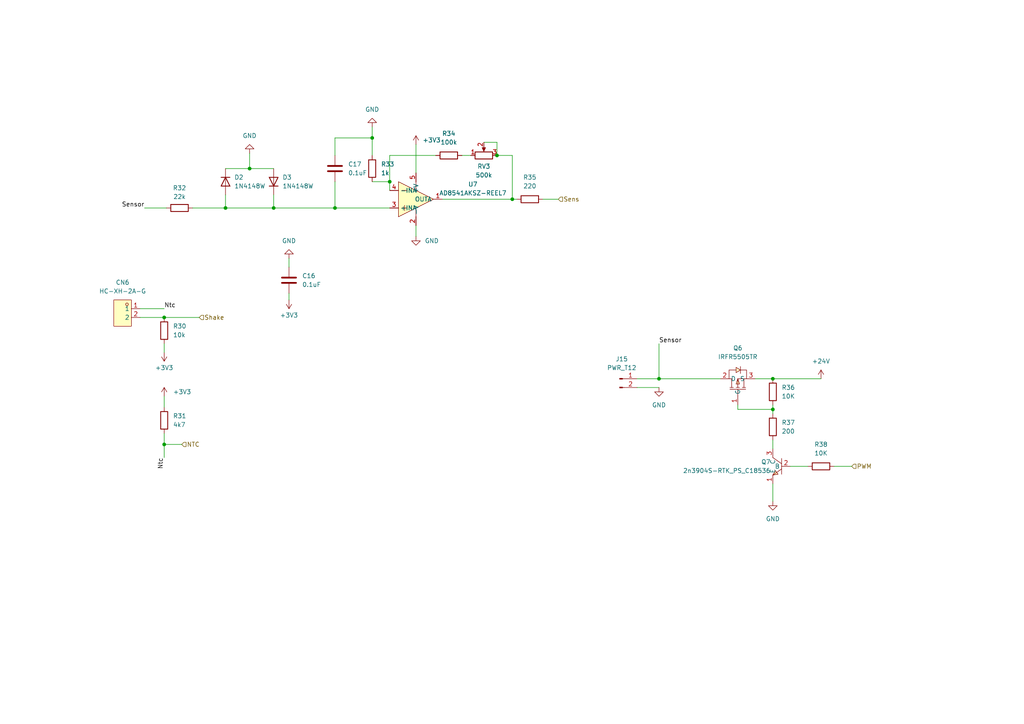
<source format=kicad_sch>
(kicad_sch (version 20230121) (generator eeschema)
  (paper "A4")
  (lib_symbols
    (symbol "Connector:Conn_01x02_Male" (pin_names (offset 1.016) hide)
      (property "Reference" "J" (at 0 2.54 0))
      (property "Value" "Conn_01x02_Male" (at 0 -5.08 0))
      (symbol "Conn_01x02_Male_1_1"
        (polyline (pts (xy 1.27 -2.54) (xy 0.8636 -2.54)) (stroke (width 0.1524)))
        (polyline (pts (xy 1.27 0) (xy 0.8636 0)) (stroke (width 0.1524)))
        (rectangle (start 0.8636 -2.413) (end 0 -2.667) (stroke (width 0.1524)) (fill (type outline)))
        (rectangle (start 0.8636 0.127) (end 0 -0.127) (stroke (width 0.1524)) (fill (type outline)))
        (pin passive line (at 5.08 0 180) (length 3.81) (name "Pin_1") (number "1"))
        (pin passive line (at 5.08 -2.54 180) (length 3.81) (name "Pin_2") (number "2"))
      )
    )
    (symbol "Device:C" (pin_numbers hide) (pin_names (offset 0.254))
      (property "Reference" "C" (at 0.635 2.54 0))
      (property "Value" "C" (at 0.635 -2.54 0))
      (symbol "C_0_1"
        (polyline (pts (xy -2.032 -0.762) (xy 2.032 -0.762)) (stroke (width 0.508)))
        (polyline (pts (xy -2.032 0.762) (xy 2.032 0.762)) (stroke (width 0.508)))
      )
      (symbol "C_1_1"
        (pin passive line (at 0 3.81 270) (length 2.794) (name "~") (number "1"))
        (pin passive line (at 0 -3.81 90) (length 2.794) (name "~") (number "2"))
      )
    )
    (symbol "Device:R" (pin_numbers hide) (pin_names (offset 0))
      (property "Reference" "R" (at 2.032 0 90))
      (property "Value" "R" (at 0 0 90))
      (symbol "R_0_1"
        (rectangle (start -1.016 -2.54) (end 1.016 2.54) (stroke (width 0.254)))
      )
      (symbol "R_1_1"
        (pin passive line (at 0 3.81 270) (length 1.27) (name "~") (number "1"))
        (pin passive line (at 0 -3.81 90) (length 1.27) (name "~") (number "2"))
      )
    )
    (symbol "Device:R_Potentiometer" (pin_names (offset 1.016) hide)
      (property "Reference" "RV" (at -4.445 0 90))
      (property "Value" "R_Potentiometer" (at -2.54 0 90))
      (symbol "R_Potentiometer_0_1"
        (polyline (pts (xy 2.54 0) (xy 1.524 0)))
        (polyline (pts (xy 1.143 0) (xy 2.286 0.508) (xy 2.286 -0.508) (xy 1.143 0)) (fill (type outline)))
        (rectangle (start 1.016 2.54) (end -1.016 -2.54) (stroke (width 0.254)))
      )
      (symbol "R_Potentiometer_1_1"
        (pin passive line (at 0 3.81 270) (length 1.27) (name "1") (number "1"))
        (pin passive line (at 3.81 0 180) (length 1.27) (name "2") (number "2"))
        (pin passive line (at 0 -3.81 90) (length 1.27) (name "3") (number "3"))
      )
    )
    (symbol "Diode:1N4148W" (pin_numbers hide) (pin_names hide)
      (property "Reference" "D" (at 0 2.54 0))
      (property "Value" "1N4148W" (at 0 -2.54 0))
      (symbol "1N4148W_0_1"
        (polyline (pts (xy -1.27 1.27) (xy -1.27 -1.27)) (stroke (width 0.254)))
        (polyline (pts (xy 1.27 0) (xy -1.27 0)))
        (polyline (pts (xy 1.27 1.27) (xy 1.27 -1.27) (xy -1.27 0) (xy 1.27 1.27)) (stroke (width 0.254)))
      )
      (symbol "1N4148W_1_1"
        (pin passive line (at -3.81 0 0) (length 2.54) (name "K") (number "1"))
        (pin passive line (at 3.81 0 180) (length 2.54) (name "A") (number "2"))
      )
    )
    (symbol "EasyEda:2n3904S-RTK_PS_C18536"
      (property "Reference" "Q" (at 0 10.16 0))
      (property "Value" "2n3904S-RTK/PS_C18536" (at 0 -10.16 0))
      (symbol "2n3904S-RTK_PS_C18536_0_1"
        (polyline (pts (xy 0 -0.76) (xy 2.54 -2.54)))
        (polyline (pts (xy 0 2.29) (xy 0 -2.29)))
        (polyline (pts (xy 2.54 2.54) (xy 0 0.76)))
        (polyline (pts (xy 2.54 -2.54) (xy 1.78 -1.27) (xy 1.02 -2.29) (xy 2.54 -2.54)) (fill (type background)))
        (pin input line (at 2.54 -5.08 90) (length 2.54) (name "E") (number "1"))
        (pin input line (at -2.54 0 0) (length 2.54) (name "B") (number "2"))
        (pin input line (at 2.54 5.08 270) (length 2.54) (name "C") (number "3"))
      )
    )
    (symbol "EasyEda:AD8541AKSZ-REEL7"
      (property "Reference" "U?" (at 0 12.7 0))
      (property "Value" "AD8541AKSZ-REEL7" (at 0 -12.7 0))
      (symbol "AD8541AKSZ-REEL7_0_1"
        (polyline (pts (xy -4.064 -2.54) (xy -2.54 -2.54)))
        (polyline (pts (xy -4.064 2.54) (xy -2.54 2.54)))
        (polyline (pts (xy -3.302 -1.778) (xy -3.302 -3.302)))
        (polyline (pts (xy 0 -2.54) (xy 0 -5.08)))
        (polyline (pts (xy 0 5.08) (xy 0 2.54)))
        (polyline (pts (xy -5.08 -5.08) (xy 5.08 0) (xy -5.08 5.08) (xy -5.08 -5.08)) (fill (type background)))
        (pin output line (at 7.62 0 180) (length 2.54) (name "OUTA") (number "1"))
        (pin unspecified line (at 0 -7.62 90) (length 2.54) (name "-V") (number "2"))
        (pin unspecified line (at -7.62 -2.54 0) (length 2.54) (name "+INA") (number "3"))
        (pin unspecified line (at -7.62 2.54 0) (length 2.54) (name "-INA") (number "4"))
        (pin unspecified line (at 0 7.62 270) (length 2.54) (name "+V") (number "5"))
      )
    )
    (symbol "EasyEda:HC-XH-2A-G"
      (property "Reference" "CN" (at 0 6.35 0))
      (property "Value" "HC-XH-2A-G" (at 0 -6.35 0))
      (symbol "HC-XH-2A-G_0_1"
        (rectangle (start -2.54 3.81) (end 2.54 -3.81) (fill (type background)))
        (circle (center -1.27 2.54) (radius 0.38))
        (pin unspecified line (at -5.08 1.27 0) (length 2.54) (name "1") (number "1"))
        (pin unspecified line (at -5.08 -1.27 0) (length 2.54) (name "2") (number "2"))
      )
    )
    (symbol "easyeda2kicad:IRFR5505TR"
      (property "Reference" "Q?" (at 0 10.16 0))
      (property "Value" "IRFR5505TR" (at 0 -10.16 0))
      (symbol "IRFR5505TR_0_1"
        (polyline (pts (xy -5.08 0) (xy -3.048 0)))
        (polyline (pts (xy -3.048 2.286) (xy -3.048 -2.286)))
        (polyline (pts (xy -2.54 -2.286) (xy -2.54 -1.27)))
        (polyline (pts (xy -2.54 -0.508) (xy -2.54 0.508)))
        (polyline (pts (xy -2.54 2.286) (xy -2.54 1.27)))
        (polyline (pts (xy 0 -1.778) (xy -2.54 -1.778)))
        (polyline (pts (xy 0 0) (xy -1.524 -0.508) (xy -1.524 0.508) (xy 0 0)) (fill (type background)))
        (polyline (pts (xy 2.54 -0.762) (xy 1.778 0.508) (xy 3.302 0.508) (xy 2.54 -0.762)) (fill (type background)))
        (polyline (pts (xy 3.556 -0.762) (xy 3.048 -0.762) (xy 2.032 -0.762) (xy 1.524 -0.762)))
        (polyline (pts (xy -2.54 0) (xy 0 0) (xy 0 -2.54) (xy 2.54 -2.54) (xy 2.54 -0.762)))
        (polyline (pts (xy -2.54 1.778) (xy 0 1.778) (xy 0 2.54) (xy 2.54 2.54) (xy 2.54 0.508)))
        (pin unspecified line (at -7.62 0 0) (length 2.54) (name "G") (number "1"))
        (pin unspecified line (at 0 5.08 270) (length 2.54) (name "D") (number "2"))
        (pin unspecified line (at 0 -5.08 90) (length 2.54) (name "S") (number "3"))
      )
    )
    (symbol "power:+24V" (power) (pin_names (offset 0))
      (property "Value" "+24V" (at 0 3.556 0))
      (symbol "+24V_0_1"
        (polyline (pts (xy -0.762 1.27) (xy 0 2.54)))
        (polyline (pts (xy 0 0) (xy 0 2.54)))
        (polyline (pts (xy 0 2.54) (xy 0.762 1.27)))
      )
      (symbol "+24V_1_1"
        (pin power_in line (at 0 0 90) (length 0) hide (name "+24V") (number "1"))
      )
    )
    (symbol "power:+3V3" (power) (pin_names (offset 0))
      (property "Value" "+3V3" (at 0 3.556 0))
      (symbol "+3V3_0_1"
        (polyline (pts (xy -0.762 1.27) (xy 0 2.54)))
        (polyline (pts (xy 0 0) (xy 0 2.54)))
        (polyline (pts (xy 0 2.54) (xy 0.762 1.27)))
      )
      (symbol "+3V3_1_1"
        (pin power_in line (at 0 0 90) (length 0) hide (name "+3V3") (number "1"))
      )
    )
    (symbol "power:GND" (power) (pin_names (offset 0))
      (property "Value" "GND" (at 0 -3.81 0))
      (symbol "GND_0_1"
        (polyline (pts (xy 0 0) (xy 0 -1.27) (xy 1.27 -1.27) (xy 0 -2.54) (xy -1.27 -1.27) (xy 0 -1.27)))
      )
      (symbol "GND_1_1"
        (pin power_in line (at 0 0 270) (length 0) hide (name "GND") (number "1"))
      )
    )
  )
  (junction (at 224.155 118.745))
  (junction (at 191.135 109.855))
  (junction (at 97.155 60.325))
  (junction (at 148.59 57.785))
  (junction (at 65.405 60.325))
  (junction (at 79.375 60.325))
  (junction (at 144.145 45.085))
  (junction (at 224.155 109.855))
  (junction (at 107.95 40.005))
  (junction (at 113.03 52.705))
  (junction (at 72.39 48.895))
  (junction (at 47.625 128.905))
  (junction (at 47.625 92.075))
  (wire (pts (xy 83.82 74.93) (xy 83.82 77.47)))
  (wire (pts (xy 97.155 45.085) (xy 97.155 40.005)))
  (wire (pts (xy 47.625 125.73) (xy 47.625 128.905)))
  (wire (pts (xy 79.375 56.515) (xy 79.375 60.325)))
  (wire (pts (xy 47.625 92.075) (xy 57.785 92.075)))
  (wire (pts (xy 148.59 57.785) (xy 149.86 57.785)))
  (wire (pts (xy 120.65 41.91) (xy 120.65 50.165)))
  (wire (pts (xy 224.155 109.855) (xy 238.125 109.855)))
  (wire (pts (xy 97.155 60.325) (xy 113.03 60.325)))
  (wire (pts (xy 72.39 48.895) (xy 79.375 48.895)))
  (wire (pts (xy 229.235 135.255) (xy 234.315 135.255)))
  (wire (pts (xy 126.365 45.085) (xy 113.03 45.085)))
  (wire (pts (xy 65.405 60.325) (xy 79.375 60.325)))
  (wire (pts (xy 47.625 114.935) (xy 47.625 118.11)))
  (wire (pts (xy 128.27 57.785) (xy 148.59 57.785)))
  (wire (pts (xy 97.155 52.705) (xy 97.155 60.325)))
  (wire (pts (xy 83.82 85.09) (xy 83.82 86.995)))
  (wire (pts (xy 157.48 57.785) (xy 161.925 57.785)))
  (wire (pts (xy 224.155 140.335) (xy 224.155 145.415)))
  (wire (pts (xy 41.91 60.325) (xy 48.26 60.325)))
  (wire (pts (xy 224.155 118.745) (xy 224.155 120.015)))
  (wire (pts (xy 144.145 41.275) (xy 144.145 45.085)))
  (wire (pts (xy 120.65 65.405) (xy 120.65 68.58)))
  (wire (pts (xy 107.95 45.085) (xy 107.95 40.005)))
  (wire (pts (xy 47.625 99.695) (xy 47.625 102.235)))
  (wire (pts (xy 241.935 135.255) (xy 247.015 135.255)))
  (wire (pts (xy 113.03 45.085) (xy 113.03 52.705)))
  (wire (pts (xy 213.995 118.745) (xy 224.155 118.745)))
  (wire (pts (xy 184.785 109.855) (xy 191.135 109.855)))
  (wire (pts (xy 40.64 89.535) (xy 47.625 89.535)))
  (wire (pts (xy 224.155 118.745) (xy 224.155 117.475)))
  (wire (pts (xy 65.405 56.515) (xy 65.405 60.325)))
  (wire (pts (xy 224.155 127.635) (xy 224.155 130.175)))
  (wire (pts (xy 144.145 45.085) (xy 148.59 45.085)))
  (wire (pts (xy 140.335 41.275) (xy 144.145 41.275)))
  (wire (pts (xy 191.135 109.855) (xy 208.915 109.855)))
  (wire (pts (xy 191.135 99.695) (xy 191.135 109.855)))
  (wire (pts (xy 148.59 45.085) (xy 148.59 57.785)))
  (wire (pts (xy 72.39 44.45) (xy 72.39 48.895)))
  (wire (pts (xy 213.995 117.475) (xy 213.995 118.745)))
  (wire (pts (xy 113.03 52.705) (xy 113.03 55.245)))
  (wire (pts (xy 47.625 128.905) (xy 52.705 128.905)))
  (wire (pts (xy 40.64 92.075) (xy 47.625 92.075)))
  (wire (pts (xy 184.785 112.395) (xy 191.135 112.395)))
  (wire (pts (xy 79.375 60.325) (xy 97.155 60.325)))
  (wire (pts (xy 219.075 109.855) (xy 224.155 109.855)))
  (wire (pts (xy 107.95 52.705) (xy 113.03 52.705)))
  (wire (pts (xy 133.985 45.085) (xy 136.525 45.085)))
  (wire (pts (xy 107.95 40.005) (xy 107.95 36.83)))
  (wire (pts (xy 97.155 40.005) (xy 107.95 40.005)))
  (wire (pts (xy 65.405 48.895) (xy 72.39 48.895)))
  (wire (pts (xy 47.625 128.905) (xy 47.625 132.715)))
  (wire (pts (xy 55.88 60.325) (xy 65.405 60.325)))
  (label "Sensor" (at 191.135 99.695 0))
  (label "Ntc" (at 47.625 132.715 270))
  (label "Sensor" (at 41.91 60.325 180))
  (label "Ntc" (at 47.625 89.535 0))
  (hierarchical_label "NTC" (shape input) (at 52.705 128.905 0))
  (hierarchical_label "PWM" (shape input) (at 247.015 135.255 0))
  (hierarchical_label "Sens" (shape input) (at 161.925 57.785 0))
  (hierarchical_label "Shake" (shape input) (at 57.785 92.075 0))
  (symbol (lib_id "Device:R") (at 107.95 48.895 0) (unit 1)
    (property "Reference" "R33" (at 110.49 47.6249 0) (effects (justify left)))
    (property "Value" "1k" (at 110.49 50.1649 0) (effects (justify left)))
    (property "Footprint" "Resistor_SMD:R_1206_3216Metric_Pad1.30x1.75mm_HandSolder" (effects hide))
  )
  (symbol (lib_id "Device:R") (at 130.175 45.085 90) (unit 1)
    (property "Reference" "R34" (at 130.175 38.735 90))
    (property "Value" "100k" (at 130.175 41.275 90))
    (property "Footprint" "Resistor_SMD:R_1206_3216Metric_Pad1.30x1.75mm_HandSolder" (effects hide))
  )
  (symbol (lib_id "EasyEda:AD8541AKSZ-REEL7") (at 120.65 57.785 0) (unit 1)
    (property "Reference" "U7" (at 137.16 53.4543 0))
    (property "Value" "AD8541AKSZ-REEL7" (at 137.16 55.9943 0))
    (property "Footprint" "Package_TO_SOT_SMD:SOT-23-5" (effects hide))
    (property "Datasheet" "https://lcsc.com/product-detail/General-Purpose-Amplifiers_ADI_AD8541AKSZ-REEL7_AD8541AKSZ-REEL7_C143907.html" (effects hide))
    (property "Manufacturer" "ADI" (effects hide))
    (property "LCSC Part" "C143907" (effects hide))
    (property "JLC Part" "Extended Part" (effects hide))
  )
  (symbol (lib_id "power:+3V3") (at 47.625 114.935 0) (unit 1)
    (property "Reference" "#PWR040" (effects hide))
    (property "Value" "+3V3" (at 50.165 113.6649 0) (effects (justify left)))
  )
  (symbol (lib_id "Device:C") (at 97.155 48.895 0) (unit 1)
    (property "Reference" "C17" (at 100.965 47.6249 0) (effects (justify left)))
    (property "Value" "0.1uF" (at 100.965 50.1649 0) (effects (justify left)))
    (property "Footprint" "Capacitor_SMD:C_1206_3216Metric_Pad1.33x1.80mm_HandSolder" (effects hide))
  )
  (symbol (lib_id "power:+3V3") (at 83.82 86.995 180) (unit 1)
    (property "Reference" "#PWR043" (effects hide))
    (property "Value" "+3V3" (at 83.82 91.44 0))
  )
  (symbol (lib_id "Device:R") (at 153.67 57.785 90) (unit 1)
    (property "Reference" "R35" (at 153.67 51.435 90))
    (property "Value" "220" (at 153.67 53.975 90))
    (property "Footprint" "Resistor_SMD:R_1206_3216Metric_Pad1.30x1.75mm_HandSolder" (effects hide))
  )
  (symbol (lib_id "power:GND") (at 191.135 112.395 0) (unit 1)
    (property "Reference" "#PWR046" (effects hide))
    (property "Value" "GND" (at 191.135 117.475 0))
  )
  (symbol (lib_id "Device:R") (at 238.125 135.255 270) (unit 1)
    (property "Reference" "R38" (at 238.125 128.905 90))
    (property "Value" "10K" (at 238.125 131.445 90))
    (property "Footprint" "Resistor_SMD:R_1206_3216Metric_Pad1.30x1.75mm_HandSolder" (effects hide))
  )
  (symbol (lib_id "Device:C") (at 83.82 81.28 0) (unit 1)
    (property "Reference" "C16" (at 87.63 80.0099 0) (effects (justify left)))
    (property "Value" "0.1uF" (at 87.63 82.5499 0) (effects (justify left)))
    (property "Footprint" "Capacitor_SMD:C_1206_3216Metric_Pad1.33x1.80mm_HandSolder" (effects hide))
  )
  (symbol (lib_id "power:GND") (at 72.39 44.45 180) (unit 1)
    (property "Reference" "#PWR041" (effects hide))
    (property "Value" "GND" (at 72.39 39.37 0))
  )
  (symbol (lib_id "power:+3V3") (at 120.65 41.91 0) (unit 1)
    (property "Reference" "#PWR0105" (effects hide))
    (property "Value" "+3V3" (at 122.555 40.6399 0) (effects (justify left)))
  )
  (symbol (lib_id "easyeda2kicad:IRFR5505TR") (at 213.995 109.855 90) (unit 1)
    (property "Reference" "Q6" (at 213.995 100.965 90))
    (property "Value" "IRFR5505TR" (at 213.995 103.505 90))
    (property "Footprint" "easyeda2kicakd:TO-252-3_L6.5-W5.8-P4.58-BR" (effects hide))
    (property "Datasheet" "https://lcsc.com/product-detail/MOSFET_VBsemi-Elec-IRFR5505TR_C725084.html" (effects hide))
    (property "Manufacturer" "VBsemi Elec" (effects hide))
    (property "LCSC Part" "C725084" (effects hide))
    (property "JLC Part" "Extended Part" (effects hide))
  )
  (symbol (lib_id "Diode:1N4148W") (at 79.375 52.705 90) (unit 1)
    (property "Reference" "D3" (at 81.915 51.4349 90) (effects (justify right)))
    (property "Value" "1N4148W" (at 81.915 53.9749 90) (effects (justify right)))
    (property "Footprint" "Diode_SMD:D_SOD-123" (effects hide))
    (property "Datasheet" "https://www.vishay.com/docs/85748/1n4148w.pdf" (effects hide))
  )
  (symbol (lib_id "EasyEda:2n3904S-RTK_PS_C18536") (at 226.695 135.255 0) (mirror y) (unit 1)
    (property "Reference" "Q7" (at 223.52 133.9849 0) (effects (justify left)))
    (property "Value" "2n3904S-RTK_PS_C18536" (at 223.52 136.5249 0) (effects (justify left)))
    (property "Footprint" "easyeda2kicad:SOT-23-3_L2.9-W1.3-P1.90-LS2.4-TR" (effects hide))
    (property "Datasheet" "https://lcsc.com/product-detail/Transistors-NPN-PNP_KEC_2n3904S-RTK-P_2n3904S-RTK-P_C18536.html" (effects hide))
    (property "Manufacturer" "KEC" (effects hide))
    (property "LCSC Part" "C18536" (effects hide))
    (property "JLC Part" "Extended Part" (effects hide))
  )
  (symbol (lib_id "power:+3V3") (at 47.625 102.235 180) (unit 1)
    (property "Reference" "#PWR039" (effects hide))
    (property "Value" "+3V3" (at 47.625 106.68 0))
  )
  (symbol (lib_id "power:GND") (at 120.65 68.58 0) (unit 1)
    (property "Reference" "#PWR0106" (effects hide))
    (property "Value" "GND" (at 123.19 69.8499 0) (effects (justify left)))
  )
  (symbol (lib_id "Device:R") (at 52.07 60.325 90) (unit 1)
    (property "Reference" "R32" (at 52.07 54.5237 90))
    (property "Value" "22k" (at 52.07 57.0637 90))
    (property "Footprint" "Resistor_SMD:R_1206_3216Metric_Pad1.30x1.75mm_HandSolder" (effects hide))
  )
  (symbol (lib_id "Device:R_Potentiometer") (at 140.335 45.085 90) (unit 1)
    (property "Reference" "RV3" (at 140.335 48.26 90))
    (property "Value" "500k" (at 140.335 50.8 90))
    (property "Footprint" "Potentiometer_THT:Potentiometer_Bourns_3296W_Vertical" (effects hide))
  )
  (symbol (lib_id "Diode:1N4148W") (at 65.405 52.705 270) (unit 1)
    (property "Reference" "D2" (at 67.945 51.4349 90) (effects (justify left)))
    (property "Value" "1N4148W" (at 67.945 53.9749 90) (effects (justify left)))
    (property "Footprint" "Diode_SMD:D_SOD-123" (effects hide))
    (property "Datasheet" "https://www.vishay.com/docs/85748/1n4148w.pdf" (effects hide))
  )
  (symbol (lib_id "power:GND") (at 83.82 74.93 180) (unit 1)
    (property "Reference" "#PWR042" (effects hide))
    (property "Value" "GND" (at 83.82 69.85 0))
  )
  (symbol (lib_id "Device:R") (at 224.155 123.825 180) (unit 1)
    (property "Reference" "R37" (at 226.695 122.5549 0) (effects (justify right)))
    (property "Value" "200" (at 226.695 125.0949 0) (effects (justify right)))
    (property "Footprint" "Resistor_SMD:R_1206_3216Metric_Pad1.30x1.75mm_HandSolder" (effects hide))
  )
  (symbol (lib_id "Device:R") (at 224.155 113.665 180) (unit 1)
    (property "Reference" "R36" (at 226.695 112.3949 0) (effects (justify right)))
    (property "Value" "10K" (at 226.695 114.9349 0) (effects (justify right)))
    (property "Footprint" "Resistor_SMD:R_1206_3216Metric_Pad1.30x1.75mm_HandSolder" (effects hide))
  )
  (symbol (lib_id "power:+24V") (at 238.125 109.855 0) (unit 1)
    (property "Reference" "#PWR048" (effects hide))
    (property "Value" "+24V" (at 238.125 104.775 0))
  )
  (symbol (lib_id "power:GND") (at 224.155 145.415 0) (unit 1)
    (property "Reference" "#PWR047" (effects hide))
    (property "Value" "GND" (at 224.155 150.495 0))
  )
  (symbol (lib_id "Device:R") (at 47.625 95.885 180) (unit 1)
    (property "Reference" "R30" (at 50.165 94.6149 0) (effects (justify right)))
    (property "Value" "10k" (at 50.165 97.1549 0) (effects (justify right)))
    (property "Footprint" "Resistor_SMD:R_1206_3216Metric_Pad1.30x1.75mm_HandSolder" (effects hide))
  )
  (symbol (lib_id "EasyEda:HC-XH-2A-G") (at 35.56 90.805 0) (mirror y) (unit 1)
    (property "Reference" "CN6" (at 35.56 81.915 0))
    (property "Value" "HC-XH-2A-G" (at 35.56 84.455 0))
    (property "Footprint" "easyeda2kicad:CONN-TH_2P-P2.50_HC-XH-2A-G" (effects hide))
    (property "Manufacturer" "HCTL(华灿天禄)" (effects hide))
    (property "LCSC Part" "C5341201" (effects hide))
    (property "JLC Part" "Extended Part" (effects hide))
  )
  (symbol (lib_id "Connector:Conn_01x02_Male") (at 179.705 109.855 0) (unit 1)
    (property "Reference" "J15" (at 180.34 104.14 0))
    (property "Value" "PWR_T12" (at 180.34 106.68 0))
    (property "Footprint" "TerminalBlock_Phoenix:TerminalBlock_Phoenix_MKDS-1,5-2_1x02_P5.00mm_Horizontal" (effects hide))
  )
  (symbol (lib_id "power:GND") (at 107.95 36.83 180) (unit 1)
    (property "Reference" "#PWR044" (effects hide))
    (property "Value" "GND" (at 107.95 31.75 0))
  )
  (symbol (lib_id "Device:R") (at 47.625 121.92 180) (unit 1)
    (property "Reference" "R31" (at 50.165 120.6499 0) (effects (justify right)))
    (property "Value" "4k7" (at 50.165 123.1899 0) (effects (justify right)))
    (property "Footprint" "Resistor_SMD:R_1206_3216Metric_Pad1.30x1.75mm_HandSolder" (effects hide))
  )
)
</source>
